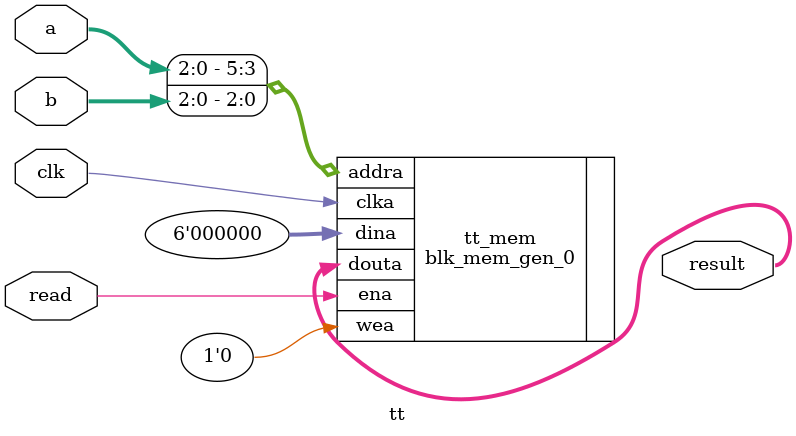
<source format=v>

module tt(
	input clk,
	input read,
	input [2:0]a,
	input [2:0]b,
	output [5:0]result
	);

blk_mem_gen_0 tt_mem (
	.clka(clk),
	.ena(read),
	.wea(1'b0),
	.addra({a,b}),
	.dina(6'h0),
	.douta(result)
	);

endmodule

</source>
